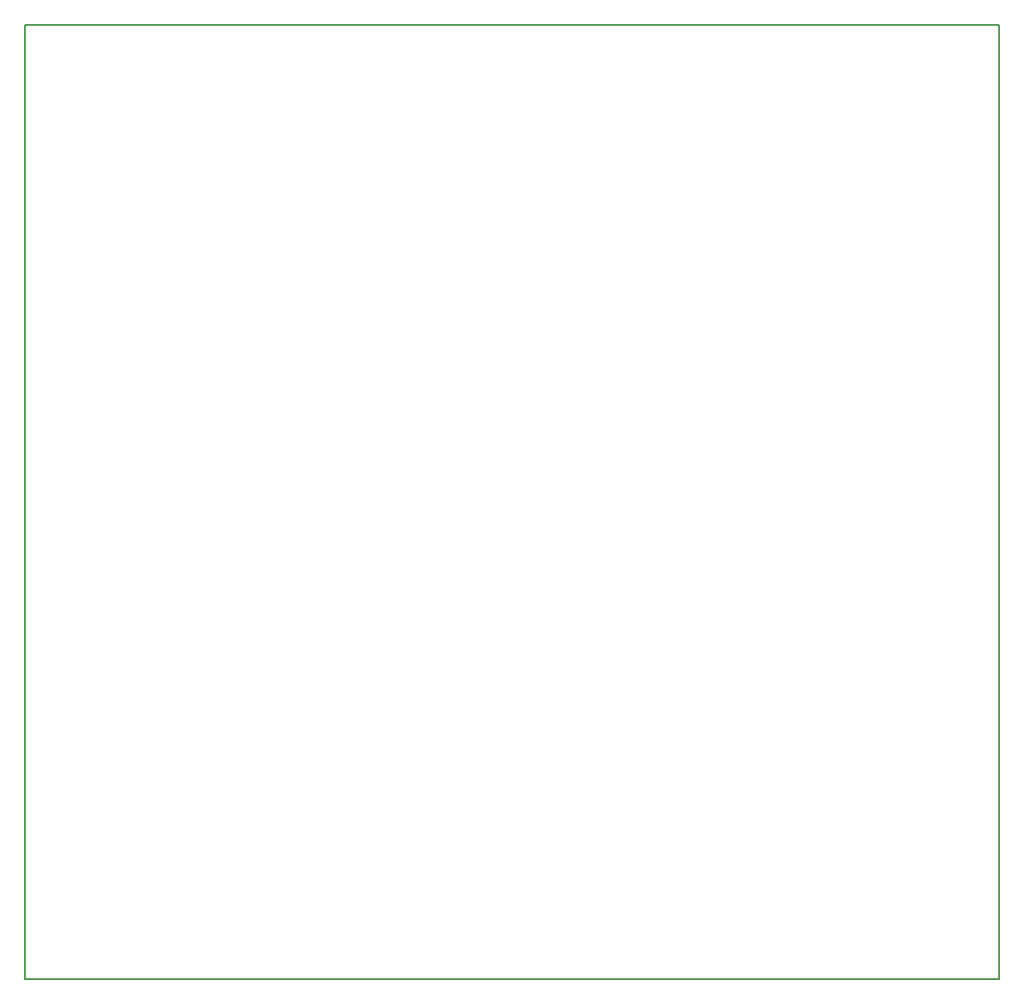
<source format=gbr>
G04 DipTrace 2.4.0.2*
%INTopAssy.gbr*%
%MOIN*%
%ADD11C,0.006*%
%FSLAX44Y44*%
G04*
G70*
G90*
G75*
G01*
%LNTopAssy*%
%LPD*%
X3937Y40953D2*
D11*
X41686Y40937D1*
Y3937D1*
X3937Y3953D1*
Y40953D1*
M02*

</source>
